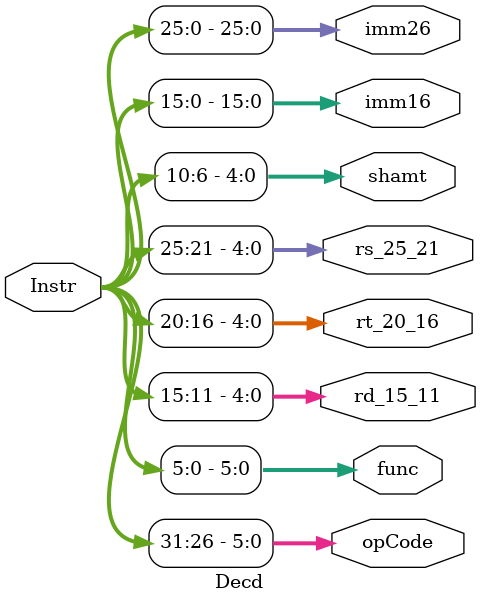
<source format=v>
`timescale 1ns / 1ps

module Decd(
    input [31:0] Instr,
    output [31:26] opCode,
    output [5:0] func,
    output [15:11] rd_15_11,
    output [20:16] rt_20_16,
    output [25:21] rs_25_21,
    output [10:6] shamt,
    output [15:0] imm16,
    output [25:0] imm26
    );
    
    assign { opCode, rs_25_21, rt_20_16, rd_15_11, shamt, func } = Instr;
    assign imm16 = Instr[15:0];
    assign imm26 = Instr[25:0];


endmodule

</source>
